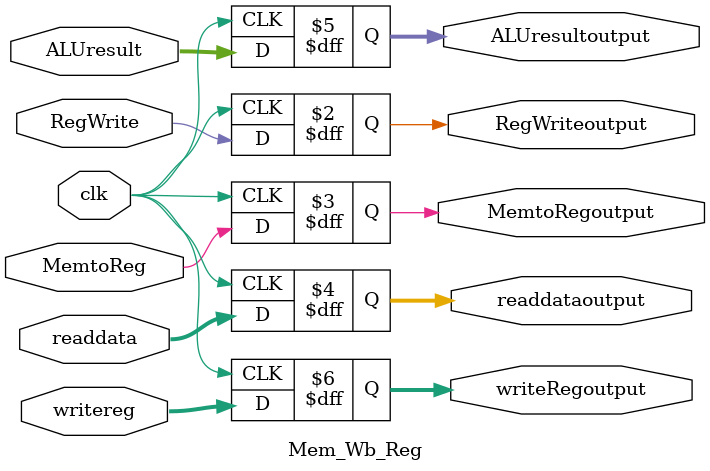
<source format=v>
module Mem_Wb_Reg (RegWrite, MemtoReg,ALUresult,clk,readdata,writereg,RegWriteoutput,MemtoRegoutput,readdataoutput,ALUresultoutput,writeRegoutput);
  
/* This module is used for modelling the register present between MEM and WB stages of the pipelined processor, whose purpose is to store the values required for 
   the WB stage */  
  
input clk;
input RegWrite, MemtoReg;
input [4:0] writereg;
input [31:0] ALUresult, readdata;
output reg RegWriteoutput, MemtoRegoutput;
output reg [31:0] readdataoutput,ALUresultoutput;
output reg [4:0] writeRegoutput;

always@(posedge clk)
begin
  RegWriteoutput<=RegWrite;
  MemtoRegoutput<=MemtoReg;
  readdataoutput<=readdata;
  ALUresultoutput<=ALUresult;
  writeRegoutput<=writereg;
end
  
  
endmodule
</source>
